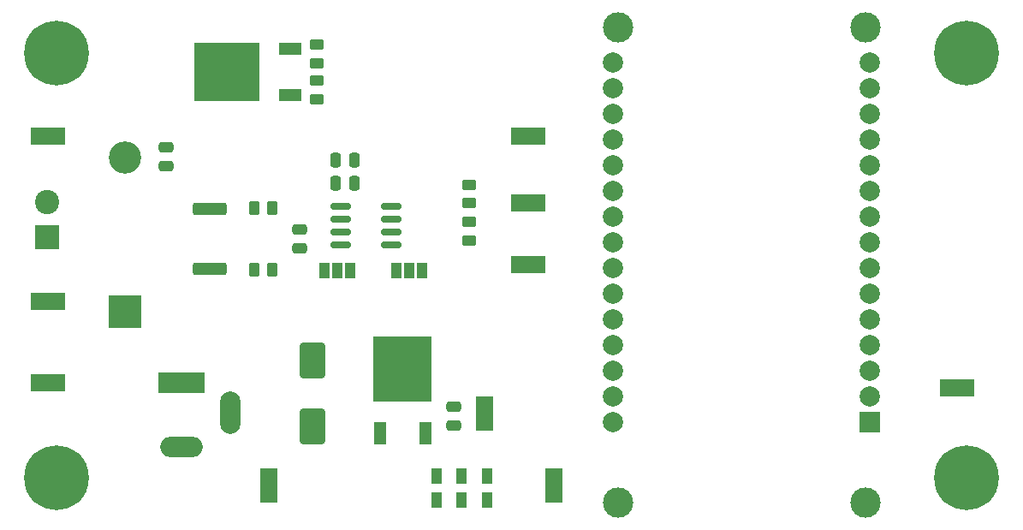
<source format=gts>
G04 #@! TF.GenerationSoftware,KiCad,Pcbnew,(6.0.5)*
G04 #@! TF.CreationDate,2022-06-11T17:51:55-07:00*
G04 #@! TF.ProjectId,main_template,6d61696e-5f74-4656-9d70-6c6174652e6b,1*
G04 #@! TF.SameCoordinates,Original*
G04 #@! TF.FileFunction,Soldermask,Top*
G04 #@! TF.FilePolarity,Negative*
%FSLAX46Y46*%
G04 Gerber Fmt 4.6, Leading zero omitted, Abs format (unit mm)*
G04 Created by KiCad (PCBNEW (6.0.5)) date 2022-06-11 17:51:55*
%MOMM*%
%LPD*%
G01*
G04 APERTURE LIST*
G04 Aperture macros list*
%AMRoundRect*
0 Rectangle with rounded corners*
0 $1 Rounding radius*
0 $2 $3 $4 $5 $6 $7 $8 $9 X,Y pos of 4 corners*
0 Add a 4 corners polygon primitive as box body*
4,1,4,$2,$3,$4,$5,$6,$7,$8,$9,$2,$3,0*
0 Add four circle primitives for the rounded corners*
1,1,$1+$1,$2,$3*
1,1,$1+$1,$4,$5*
1,1,$1+$1,$6,$7*
1,1,$1+$1,$8,$9*
0 Add four rect primitives between the rounded corners*
20,1,$1+$1,$2,$3,$4,$5,0*
20,1,$1+$1,$4,$5,$6,$7,0*
20,1,$1+$1,$6,$7,$8,$9,0*
20,1,$1+$1,$8,$9,$2,$3,0*%
G04 Aperture macros list end*
%ADD10R,1.200000X2.200000*%
%ADD11R,5.800000X6.400000*%
%ADD12RoundRect,0.250000X0.475000X-0.250000X0.475000X0.250000X-0.475000X0.250000X-0.475000X-0.250000X0*%
%ADD13O,2.000000X4.200000*%
%ADD14O,4.200000X2.000000*%
%ADD15R,4.600000X2.000000*%
%ADD16R,3.400000X1.800000*%
%ADD17R,1.800000X3.400000*%
%ADD18R,1.000000X1.500000*%
%ADD19C,0.800000*%
%ADD20C,6.400000*%
%ADD21RoundRect,0.250000X-0.450000X0.262500X-0.450000X-0.262500X0.450000X-0.262500X0.450000X0.262500X0*%
%ADD22RoundRect,0.250000X0.262500X0.450000X-0.262500X0.450000X-0.262500X-0.450000X0.262500X-0.450000X0*%
%ADD23RoundRect,0.250000X-0.475000X0.250000X-0.475000X-0.250000X0.475000X-0.250000X0.475000X0.250000X0*%
%ADD24RoundRect,0.250000X0.250000X0.475000X-0.250000X0.475000X-0.250000X-0.475000X0.250000X-0.475000X0*%
%ADD25R,1.000000X1.600000*%
%ADD26RoundRect,0.250000X0.450000X-0.262500X0.450000X0.262500X-0.450000X0.262500X-0.450000X-0.262500X0*%
%ADD27R,2.200000X1.200000*%
%ADD28R,6.400000X5.800000*%
%ADD29C,2.400000*%
%ADD30R,2.400000X2.400000*%
%ADD31RoundRect,0.150000X0.825000X0.150000X-0.825000X0.150000X-0.825000X-0.150000X0.825000X-0.150000X0*%
%ADD32C,2.000000*%
%ADD33R,2.000000X2.000000*%
%ADD34C,3.000000*%
%ADD35RoundRect,0.250000X1.000000X-1.500000X1.000000X1.500000X-1.000000X1.500000X-1.000000X-1.500000X0*%
%ADD36R,3.200000X3.200000*%
%ADD37O,3.200000X3.200000*%
%ADD38RoundRect,0.250000X-1.425000X0.362500X-1.425000X-0.362500X1.425000X-0.362500X1.425000X0.362500X0*%
G04 APERTURE END LIST*
D10*
X111500000Y-140598000D03*
D11*
X109220000Y-134298000D03*
D10*
X106940000Y-140598000D03*
D12*
X85852000Y-112334000D03*
X85852000Y-114234000D03*
D13*
X92150000Y-138550000D03*
D14*
X87350000Y-141950000D03*
D15*
X87350000Y-135650000D03*
D16*
X164084000Y-136144000D03*
D12*
X114300000Y-137988000D03*
X114300000Y-139888000D03*
D17*
X117348000Y-138684000D03*
D16*
X74168000Y-111252000D03*
D18*
X101440000Y-124563500D03*
X102740000Y-124563500D03*
X104040000Y-124563500D03*
D19*
X75000000Y-147400000D03*
X73302944Y-146697056D03*
D20*
X75000000Y-145000000D03*
D19*
X75000000Y-142600000D03*
X77400000Y-145000000D03*
X73302944Y-143302944D03*
X76697056Y-143302944D03*
X72600000Y-145000000D03*
X76697056Y-146697056D03*
D21*
X115824000Y-117856000D03*
X115824000Y-116031000D03*
D22*
X94526500Y-118340500D03*
X96351500Y-118340500D03*
D17*
X96012000Y-145796000D03*
D16*
X121666000Y-123952000D03*
D23*
X98995000Y-122362000D03*
X98995000Y-120462000D03*
D24*
X102552000Y-115927500D03*
X104452000Y-115927500D03*
D16*
X74168000Y-127604000D03*
D25*
X112562000Y-144850000D03*
X115062000Y-144850000D03*
X117562000Y-144850000D03*
X112562000Y-147250000D03*
X115062000Y-147250000D03*
X117562000Y-147250000D03*
D20*
X75000000Y-103000000D03*
D16*
X74168000Y-135636000D03*
D26*
X100755000Y-105766500D03*
X100755000Y-107591500D03*
D27*
X98097000Y-102621000D03*
D28*
X91797000Y-104901000D03*
D27*
X98097000Y-107181000D03*
D22*
X94526500Y-124436500D03*
X96351500Y-124436500D03*
D16*
X121666000Y-117856000D03*
D29*
X74068000Y-117726000D03*
D30*
X74068000Y-121226000D03*
D16*
X121666000Y-111252000D03*
D20*
X165000000Y-103000000D03*
D17*
X124206000Y-145796000D03*
D31*
X103124000Y-122023500D03*
X103124000Y-120753500D03*
X103124000Y-119483500D03*
X103124000Y-118213500D03*
X108074000Y-118213500D03*
X108074000Y-119483500D03*
X108074000Y-120753500D03*
X108074000Y-122023500D03*
D32*
X130048000Y-139467000D03*
X130048000Y-136927000D03*
X130048000Y-134387000D03*
X130048000Y-131847000D03*
X130048000Y-129307000D03*
X130048000Y-126767000D03*
X130048000Y-124227000D03*
X130048000Y-121687000D03*
X130048000Y-119147000D03*
X130048000Y-116607000D03*
X130048000Y-114067000D03*
X130048000Y-111527000D03*
X130048000Y-108987000D03*
X130048000Y-106447000D03*
X130048000Y-103907000D03*
X155448000Y-103907000D03*
X155448000Y-106447000D03*
X155448000Y-108987000D03*
X155448000Y-111527000D03*
X155448000Y-114067000D03*
X155448000Y-116607000D03*
X155448000Y-119147000D03*
X155448000Y-121687000D03*
X155448000Y-124227000D03*
X155448000Y-126767000D03*
X155448000Y-129307000D03*
X155448000Y-131847000D03*
X155448000Y-134387000D03*
X155448000Y-136927000D03*
D33*
X155448000Y-139467000D03*
D34*
X130518000Y-100477000D03*
X155028000Y-100477000D03*
X155028000Y-147427000D03*
X130518000Y-147427000D03*
D35*
X100330000Y-133402000D03*
X100330000Y-139902000D03*
D26*
X100755000Y-102210500D03*
X100755000Y-104035500D03*
D20*
X165000000Y-145000000D03*
D36*
X81788000Y-128620000D03*
D37*
X81788000Y-113380000D03*
D38*
X90105000Y-124351000D03*
X90105000Y-118426000D03*
D24*
X102552000Y-113641500D03*
X104452000Y-113641500D03*
D26*
X115824000Y-119737500D03*
X115824000Y-121562500D03*
D18*
X108552000Y-124563500D03*
X109852000Y-124563500D03*
X111152000Y-124563500D03*
M02*

</source>
